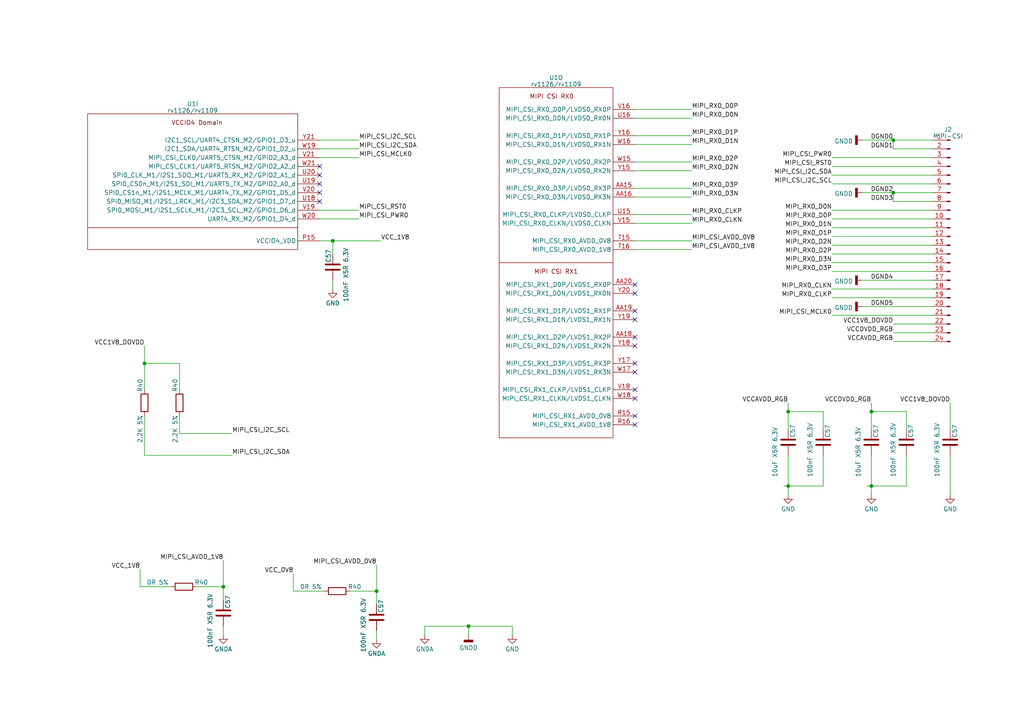
<source format=kicad_sch>
(kicad_sch (version 20230121) (generator eeschema)
  (paper "A4")
  (title_block (title "Leaf RV1126 RK809 Camera") (date "2023-02-25") (rev "1") (company "Qingdao IotPi Information Technology"))
  (junction (at 41.91 105.41))
  (junction (at 135.89 181.61))
  (junction (at 252.73 140.97))
  (junction (at 228.6 119.38))
  (junction (at 64.77 170.18))
  (junction (at 228.6 140.97))
  (junction (at 259.08 40.64))
  (junction (at 96.52 69.85))
  (junction (at 252.73 119.38))
  (junction (at 259.08 55.88))
  (junction (at 109.22 171.45))
  (no_connect (at 184.15 123.19))
  (no_connect (at 92.71 50.8))
  (no_connect (at 184.15 105.41))
  (no_connect (at 184.15 100.33))
  (no_connect (at 184.15 113.03))
  (no_connect (at 184.15 115.57))
  (no_connect (at 92.71 53.34))
  (no_connect (at 184.15 82.55))
  (no_connect (at 92.71 48.26))
  (no_connect (at 92.71 58.42))
  (no_connect (at 184.15 90.17))
  (no_connect (at 184.15 92.71))
  (no_connect (at 184.15 120.65))
  (no_connect (at 184.15 107.95))
  (no_connect (at 184.15 97.79))
  (no_connect (at 184.15 85.09))
  (no_connect (at 92.71 55.88))
  (wire (pts (xy 52.07 105.41) (xy 41.91 105.41)))
  (wire (pts (xy 252.73 119.38) (xy 252.73 124.46)))
  (wire (pts (xy 96.52 81.28) (xy 96.52 83.82)))
  (wire (pts (xy 275.59 116.84) (xy 275.59 124.46)))
  (wire (pts (xy 184.15 69.85) (xy 200.66 69.85)))
  (wire (pts (xy 92.71 45.72) (xy 104.14 45.72)))
  (wire (pts (xy 241.3 66.04) (xy 270.51 66.04)))
  (wire (pts (xy 252.73 140.97) (xy 262.89 140.97)))
  (wire (pts (xy 40.64 165.1) (xy 40.64 170.18)))
  (wire (pts (xy 250.19 88.9) (xy 270.51 88.9)))
  (wire (pts (xy 241.3 91.44) (xy 270.51 91.44)))
  (wire (pts (xy 64.77 170.18) (xy 64.77 173.99)))
  (wire (pts (xy 259.08 40.64) (xy 259.08 43.18)))
  (wire (pts (xy 40.64 170.18) (xy 49.53 170.18)))
  (wire (pts (xy 184.15 41.91) (xy 200.66 41.91)))
  (wire (pts (xy 184.15 62.23) (xy 200.66 62.23)))
  (wire (pts (xy 241.3 53.34) (xy 270.51 53.34)))
  (wire (pts (xy 252.73 132.08) (xy 252.73 140.97)))
  (wire (pts (xy 259.08 40.64) (xy 270.51 40.64)))
  (wire (pts (xy 184.15 31.75) (xy 200.66 31.75)))
  (wire (pts (xy 85.09 171.45) (xy 93.98 171.45)))
  (wire (pts (xy 241.3 48.26) (xy 270.51 48.26)))
  (wire (pts (xy 96.52 69.85) (xy 110.49 69.85)))
  (wire (pts (xy 41.91 120.65) (xy 41.91 132.08)))
  (wire (pts (xy 57.15 170.18) (xy 64.77 170.18)))
  (wire (pts (xy 96.52 69.85) (xy 96.52 73.66)))
  (wire (pts (xy 67.31 132.08) (xy 41.91 132.08)))
  (wire (pts (xy 259.08 55.88) (xy 270.51 55.88)))
  (wire (pts (xy 85.09 166.37) (xy 85.09 171.45)))
  (wire (pts (xy 275.59 132.08) (xy 275.59 143.51)))
  (wire (pts (xy 135.89 181.61) (xy 148.59 181.61)))
  (wire (pts (xy 52.07 120.65) (xy 52.07 125.73)))
  (wire (pts (xy 241.3 78.74) (xy 270.51 78.74)))
  (wire (pts (xy 135.89 184.15) (xy 135.89 181.61)))
  (wire (pts (xy 238.76 119.38) (xy 228.6 119.38)))
  (wire (pts (xy 241.3 60.96) (xy 270.51 60.96)))
  (wire (pts (xy 148.59 181.61) (xy 148.59 184.15)))
  (wire (pts (xy 241.3 76.2) (xy 270.51 76.2)))
  (wire (pts (xy 184.15 57.15) (xy 200.66 57.15)))
  (wire (pts (xy 259.08 96.52) (xy 270.51 96.52)))
  (wire (pts (xy 228.6 132.08) (xy 228.6 140.97)))
  (wire (pts (xy 184.15 39.37) (xy 200.66 39.37)))
  (wire (pts (xy 228.6 140.97) (xy 228.6 143.51)))
  (wire (pts (xy 41.91 100.33) (xy 41.91 105.41)))
  (wire (pts (xy 41.91 105.41) (xy 41.91 113.03)))
  (wire (pts (xy 109.22 163.83) (xy 109.22 171.45)))
  (wire (pts (xy 184.15 54.61) (xy 200.66 54.61)))
  (wire (pts (xy 250.19 81.28) (xy 270.51 81.28)))
  (wire (pts (xy 92.71 43.18) (xy 104.14 43.18)))
  (wire (pts (xy 184.15 34.29) (xy 200.66 34.29)))
  (wire (pts (xy 52.07 113.03) (xy 52.07 105.41)))
  (wire (pts (xy 184.15 46.99) (xy 200.66 46.99)))
  (wire (pts (xy 241.3 68.58) (xy 270.51 68.58)))
  (wire (pts (xy 92.71 60.96) (xy 104.14 60.96)))
  (wire (pts (xy 228.6 116.84) (xy 228.6 119.38)))
  (wire (pts (xy 101.6 171.45) (xy 109.22 171.45)))
  (wire (pts (xy 241.3 71.12) (xy 270.51 71.12)))
  (wire (pts (xy 262.89 132.08) (xy 262.89 140.97)))
  (wire (pts (xy 259.08 55.88) (xy 259.08 58.42)))
  (wire (pts (xy 228.6 119.38) (xy 228.6 124.46)))
  (wire (pts (xy 92.71 40.64) (xy 104.14 40.64)))
  (wire (pts (xy 64.77 181.61) (xy 64.77 184.15)))
  (wire (pts (xy 109.22 182.88) (xy 109.22 185.42)))
  (wire (pts (xy 259.08 58.42) (xy 270.51 58.42)))
  (wire (pts (xy 109.22 171.45) (xy 109.22 175.26)))
  (wire (pts (xy 228.6 140.97) (xy 238.76 140.97)))
  (wire (pts (xy 259.08 93.98) (xy 270.51 93.98)))
  (wire (pts (xy 92.71 63.5) (xy 104.14 63.5)))
  (wire (pts (xy 241.3 83.82) (xy 270.51 83.82)))
  (wire (pts (xy 262.89 119.38) (xy 252.73 119.38)))
  (wire (pts (xy 241.3 86.36) (xy 270.51 86.36)))
  (wire (pts (xy 250.19 40.64) (xy 259.08 40.64)))
  (wire (pts (xy 92.71 69.85) (xy 96.52 69.85)))
  (wire (pts (xy 184.15 64.77) (xy 200.66 64.77)))
  (wire (pts (xy 259.08 99.06) (xy 270.51 99.06)))
  (wire (pts (xy 227.33 140.97) (xy 228.6 140.97)))
  (wire (pts (xy 184.15 72.39) (xy 200.66 72.39)))
  (wire (pts (xy 252.73 140.97) (xy 252.73 143.51)))
  (wire (pts (xy 252.73 116.84) (xy 252.73 119.38)))
  (wire (pts (xy 238.76 132.08) (xy 238.76 140.97)))
  (wire (pts (xy 241.3 45.72) (xy 270.51 45.72)))
  (wire (pts (xy 251.46 140.97) (xy 252.73 140.97)))
  (wire (pts (xy 241.3 50.8) (xy 270.51 50.8)))
  (wire (pts (xy 250.19 55.88) (xy 259.08 55.88)))
  (wire (pts (xy 184.15 49.53) (xy 200.66 49.53)))
  (wire (pts (xy 64.77 162.56) (xy 64.77 170.18)))
  (wire (pts (xy 238.76 119.38) (xy 238.76 124.46)))
  (wire (pts (xy 123.19 181.61) (xy 123.19 184.15)))
  (wire (pts (xy 262.89 119.38) (xy 262.89 124.46)))
  (wire (pts (xy 135.89 181.61) (xy 123.19 181.61)))
  (wire (pts (xy 259.08 43.18) (xy 270.51 43.18)))
  (wire (pts (xy 241.3 63.5) (xy 270.51 63.5)))
  (wire (pts (xy 241.3 73.66) (xy 270.51 73.66)))
  (wire (pts (xy 52.07 125.73) (xy 67.31 125.73)))
  (label "MIPI_RX0_D2P" (at 200.66 46.99 0))
  (label "VCC_1V8" (at 110.49 69.85 0))
  (label "MIPI_CSI_MCLK0" (at 104.14 45.72 0))
  (label "MIPI_RX0_D3N" (at 241.3 76.2 180))
  (label "MIPI_CSI_AVDD_1V8" (at 200.66 72.39 0))
  (label "MIPI_RX0_CLKN" (at 241.3 83.82 180))
  (label "MIPI_RX0_D1P" (at 200.66 39.37 0))
  (label "DGND3" (at 259.08 58.42 180))
  (label "MIPI_RX0_D1N" (at 200.66 41.91 0))
  (label "MIPI_CSI_AVDD_0V8" (at 109.22 163.83 180))
  (label "MIPI_CSI_PWR0" (at 241.3 45.72 180))
  (label "DGND1" (at 259.08 43.18 180))
  (label "MIPI_RX0_D2P" (at 241.3 73.66 180))
  (label "MIPI_RX0_CLKP" (at 241.3 86.36 180))
  (label "MIPI_RX0_CLKP" (at 200.66 62.23 0))
  (label "MIPI_CSI_RST0" (at 241.3 48.26 180))
  (label "MIPI_RX0_D3P" (at 200.66 54.61 0))
  (label "VCC1V8_DOVDD" (at 41.91 100.33 180))
  (label "VCCAVDD_RGB" (at 259.08 99.06 180))
  (label "VCC_1V8" (at 40.64 165.1 180))
  (label "VCC_0V8" (at 85.09 166.37 180))
  (label "DGND0" (at 259.08 40.64 180))
  (label "VCCDVDD_RGB" (at 252.73 116.84 180))
  (label "MIPI_CSI_MCLK0" (at 241.3 91.44 180))
  (label "MIPI_RX0_D2N" (at 241.3 71.12 180))
  (label "MIPI_RX0_D0P" (at 241.3 63.5 180))
  (label "MIPI_CSI_AVDD_1V8" (at 64.77 162.56 180))
  (label "VCC1V8_DOVDD" (at 259.08 93.98 180))
  (label "MIPI_RX0_D0P" (at 200.66 31.75 0))
  (label "MIPI_CSI_I2C_SDA" (at 241.3 50.8 180))
  (label "MIPI_RX0_D1N" (at 241.3 66.04 180))
  (label "MIPI_CSI_AVDD_0V8" (at 200.66 69.85 0))
  (label "MIPI_CSI_I2C_SCL" (at 241.3 53.34 180))
  (label "DGND2" (at 259.08 55.88 180))
  (label "MIPI_CSI_PWR0" (at 104.14 63.5 0))
  (label "MIPI_CSI_I2C_SDA" (at 67.31 132.08 0))
  (label "MIPI_CSI_I2C_SCL" (at 104.14 40.64 0))
  (label "MIPI_CSI_I2C_SCL" (at 67.31 125.73 0))
  (label "MIPI_CSI_RST0" (at 104.14 60.96 0))
  (label "MIPI_RX0_D0N" (at 241.3 60.96 180))
  (label "VCCDVDD_RGB" (at 259.08 96.52 180))
  (label "MIPI_RX0_D3N" (at 200.66 57.15 0))
  (label "VCCAVDD_RGB" (at 228.6 116.84 180))
  (label "DGND4" (at 259.08 81.28 180))
  (label "MIPI_CSI_I2C_SDA" (at 104.14 43.18 0))
  (label "MIPI_RX0_D2N" (at 200.66 49.53 0))
  (label "MIPI_RX0_D0N" (at 200.66 34.29 0))
  (label "DGND5" (at 259.08 88.9 180))
  (label "MIPI_RX0_D3P" (at 241.3 78.74 180))
  (label "VCC1V8_DOVDD" (at 275.59 116.84 180))
  (label "MIPI_RX0_D1P" (at 241.3 68.58 180))
  (label "MIPI_RX0_CLKN" (at 200.66 64.77 0))
  (symbol (lib_id "power:GNDA") (at 123.19 184.15 0) (unit 1)
    (property "Reference" "#PWR022" (effects hide))
    (property "Value" "GNDA" (at 123.19 188.2855 0))
  )
  (symbol (lib_id "Device:C") (at 275.59 128.27 0) (unit 1)
    (property "Reference" "C57" (at 276.86 127 90) (effects (justify left)))
    (property "Value" "100nF X5R 6.3V" (at 271.78 138.43 90) (effects (justify left)))
    (property "Footprint" "Capacitor_SMD:C_0201_0603Metric" (effects hide))
    (property "Description" "容值: 100nF 精度: ±10% 额定电压: 10V 材质(温度系数): X5R 材质:X5R" (effects hide))
    (property "LCSC" "C76934" (effects hide))
    (property "Model" "GRM033R61A104KE15D" (effects hide))
    (property "Vendor" "muRata(村田)" (effects hide))
    (instances (project "leaf" (path "" (reference "C57") (unit 1)) (path "" (reference "C59") (unit 1)) (path "" (reference "C84") (unit 1)) (path "" (reference "C90") (unit 1)) (path "" (reference "C100") (unit 1)) (path "" (reference "C116") (unit 1)) (path "" (reference "C20") (unit 1))))
  )
  (symbol (lib_id "Device:R") (at 97.79 171.45 90) (unit 1)
    (property "Reference" "R40" (at 102.87 170.18 90))
    (property "Value" "0R 5%" (at 90.17 170.18 90))
    (property "Footprint" "Resistor_SMD:R_0402_1005Metric" (effects hide))
    (instances (project "leaf" (path "" (reference "R40") (unit 1)) (path "" (reference "R44") (unit 1)) (path "" (reference "R51") (unit 1)) (path "" (reference "R23") (unit 1))))
  )
  (symbol (lib_id "Connector:Conn_01x24_Pin") (at 275.59 68.58 0) (mirror y) (unit 1)
    (property "Reference" "J2" (at 274.955 37.5539 0))
    (property "Value" "MIPI-CSI" (at 274.955 39.4749 0))
    (property "Footprint" "Connector_FFC-FPC:Hirose_FH12-30S-0.5SH_1x30-1MP_P0.50mm_Horizontal" (effects hide))
  )
  (symbol (lib_id "power:GND") (at 148.59 184.15 0) (unit 1)
    (property "Reference" "#PWR024" (effects hide))
    (property "Value" "GND" (at 148.59 188.2855 0))
  )
  (symbol (lib_id "Device:R") (at 41.91 116.84 180) (unit 1)
    (property "Reference" "R40" (at 40.64 111.76 90))
    (property "Value" "2.2K 5%" (at 40.64 124.46 90))
    (property "Footprint" "Resistor_SMD:R_0402_1005Metric" (effects hide))
    (instances (project "leaf" (path "" (reference "R40") (unit 1)) (path "" (reference "R44") (unit 1)) (path "" (reference "R51") (unit 1)) (path "" (reference "R20") (unit 1))))
  )
  (symbol (lib_id "Device:C") (at 252.73 128.27 0) (unit 1)
    (property "Reference" "C57" (at 254 127 90) (effects (justify left)))
    (property "Value" "10uF X5R 6.3V" (at 248.92 138.43 90) (effects (justify left)))
    (property "Footprint" "Capacitor_SMD:C_0402_1005Metric" (effects hide))
    (property "Description" "容值: 10uF 精度: ±20% 额定电压: 10V 材质(温度系数): X5R 材质:X5R" (effects hide))
    (property "LCSC" "C77000" (effects hide))
    (property "Model" "GRM155R61A106ME44D" (effects hide))
    (property "Vendor" "muRata(村田)" (effects hide))
    (instances (project "leaf" (path "" (reference "C57") (unit 1)) (path "" (reference "C59") (unit 1)) (path "" (reference "C84") (unit 1)) (path "" (reference "C90") (unit 1)) (path "" (reference "C100") (unit 1)) (path "" (reference "C115") (unit 1)) (path "" (reference "C18") (unit 1))))
  )
  (symbol (lib_id "Device:C") (at 96.52 77.47 0) (mirror y) (unit 1)
    (property "Reference" "C57" (at 95.25 76.2 90) (effects (justify left)))
    (property "Value" "100nF X5R 6.3V" (at 100.33 87.63 90) (effects (justify left)))
    (property "Footprint" "Capacitor_SMD:C_0201_0603Metric" (effects hide))
    (property "Description" "容值: 100nF 精度: ±10% 额定电压: 10V 材质(温度系数): X5R 材质:X5R" (effects hide))
    (property "LCSC" "C76934" (effects hide))
    (property "Model" "GRM033R61A104KE15D" (effects hide))
    (property "Vendor" "muRata(村田)" (effects hide))
    (instances (project "leaf" (path "" (reference "C57") (unit 1)) (path "" (reference "C59") (unit 1)) (path "" (reference "C84") (unit 1)) (path "" (reference "C90") (unit 1)) (path "" (reference "C100") (unit 1)) (path "" (reference "C111") (unit 1)) (path "" (reference "C14") (unit 1))))
  )
  (symbol (lib_id "Device:C") (at 238.76 128.27 0) (unit 1)
    (property "Reference" "C57" (at 240.03 127 90) (effects (justify left)))
    (property "Value" "100nF X5R 6.3V" (at 234.95 138.43 90) (effects (justify left)))
    (property "Footprint" "Capacitor_SMD:C_0201_0603Metric" (effects hide))
    (property "Description" "容值: 100nF 精度: ±10% 额定电压: 10V 材质(温度系数): X5R 材质:X5R" (effects hide))
    (property "LCSC" "C76934" (effects hide))
    (property "Model" "GRM033R61A104KE15D" (effects hide))
    (property "Vendor" "muRata(村田)" (effects hide))
    (instances (project "leaf" (path "" (reference "C57") (unit 1)) (path "" (reference "C59") (unit 1)) (path "" (reference "C84") (unit 1)) (path "" (reference "C90") (unit 1)) (path "" (reference "C100") (unit 1)) (path "" (reference "C116") (unit 1)) (path "" (reference "C17") (unit 1))))
  )
  (symbol (lib_id "Device:C") (at 64.77 177.8 0) (unit 1)
    (property "Reference" "C57" (at 66.04 176.53 90) (effects (justify left)))
    (property "Value" "100nF X5R 6.3V" (at 60.96 187.96 90) (effects (justify left)))
    (property "Footprint" "Capacitor_SMD:C_0201_0603Metric" (effects hide))
    (property "Description" "容值: 100nF 精度: ±10% 额定电压: 10V 材质(温度系数): X5R 材质:X5R" (effects hide))
    (property "LCSC" "C76934" (effects hide))
    (property "Model" "GRM033R61A104KE15D" (effects hide))
    (property "Vendor" "muRata(村田)" (effects hide))
    (instances (project "leaf" (path "" (reference "C57") (unit 1)) (path "" (reference "C59") (unit 1)) (path "" (reference "C84") (unit 1)) (path "" (reference "C90") (unit 1)) (path "" (reference "C100") (unit 1)) (path "" (reference "C111") (unit 1)) (path "" (reference "C13") (unit 1))))
  )
  (symbol (lib_id "Device:C") (at 109.22 179.07 0) (unit 1)
    (property "Reference" "C57" (at 110.49 177.8 90) (effects (justify left)))
    (property "Value" "100nF X5R 6.3V" (at 105.41 189.23 90) (effects (justify left)))
    (property "Footprint" "Capacitor_SMD:C_0201_0603Metric" (effects hide))
    (property "Description" "容值: 100nF 精度: ±10% 额定电压: 10V 材质(温度系数): X5R 材质:X5R" (effects hide))
    (property "LCSC" "C76934" (effects hide))
    (property "Model" "GRM033R61A104KE15D" (effects hide))
    (property "Vendor" "muRata(村田)" (effects hide))
    (instances (project "leaf" (path "" (reference "C57") (unit 1)) (path "" (reference "C59") (unit 1)) (path "" (reference "C84") (unit 1)) (path "" (reference "C90") (unit 1)) (path "" (reference "C100") (unit 1)) (path "" (reference "C111") (unit 1)) (path "" (reference "C15") (unit 1))))
  )
  (symbol (lib_id "power:GND") (at 252.73 143.51 0) (unit 1)
    (property "Reference" "#PWR091" (effects hide))
    (property "Value" "GND" (at 252.73 147.6455 0))
    (instances (project "leaf" (path "" (reference "#PWR091") (unit 1)) (path "" (reference "#PWR030") (unit 1))))
  )
  (symbol (lib_id "power:GND") (at 228.6 143.51 0) (unit 1)
    (property "Reference" "#PWR091" (effects hide))
    (property "Value" "GND" (at 228.6 147.6455 0))
    (instances (project "leaf" (path "" (reference "#PWR091") (unit 1)) (path "" (reference "#PWR025") (unit 1))))
  )
  (symbol (lib_id "power:GND") (at 275.59 143.51 0) (unit 1)
    (property "Reference" "#PWR091" (effects hide))
    (property "Value" "GND" (at 275.59 147.6455 0))
    (instances (project "leaf" (path "" (reference "#PWR091") (unit 1)) (path "" (reference "#PWR031") (unit 1))))
  )
  (symbol (lib_id "power:GNDA") (at 109.22 185.42 0) (mirror y) (unit 1)
    (property "Reference" "#PWR021" (effects hide))
    (property "Value" "GNDA" (at 109.22 189.5555 0))
  )
  (symbol (lib_id "power:GNDA") (at 64.77 184.15 0) (mirror y) (unit 1)
    (property "Reference" "#PWR019" (effects hide))
    (property "Value" "GNDA" (at 64.77 188.2855 0))
  )
  (symbol (lib_id "power:GNDD") (at 250.19 40.64 270) (unit 1)
    (property "Reference" "#PWR026" (effects hide))
    (property "Value" "GNDD" (at 247.3961 40.9568 90) (effects (justify right)))
  )
  (symbol (lib_id "power:GNDD") (at 250.19 88.9 270) (unit 1)
    (property "Reference" "#PWR029" (effects hide))
    (property "Value" "GNDD" (at 247.3961 89.2168 90) (effects (justify right)))
  )
  (symbol (lib_id "Device:R") (at 52.07 116.84 180) (unit 1)
    (property "Reference" "R40" (at 50.8 111.76 90))
    (property "Value" "2.2K 5%" (at 50.8 124.46 90))
    (property "Footprint" "Resistor_SMD:R_0402_1005Metric" (effects hide))
    (instances (project "leaf" (path "" (reference "R40") (unit 1)) (path "" (reference "R44") (unit 1)) (path "" (reference "R51") (unit 1)) (path "" (reference "R21") (unit 1))))
  )
  (symbol (lib_id "Device:C") (at 228.6 128.27 0) (unit 1)
    (property "Reference" "C57" (at 229.87 127 90) (effects (justify left)))
    (property "Value" "10uF X5R 6.3V" (at 224.79 138.43 90) (effects (justify left)))
    (property "Footprint" "Capacitor_SMD:C_0402_1005Metric" (effects hide))
    (property "Description" "容值: 10uF 精度: ±20% 额定电压: 10V 材质(温度系数): X5R 材质:X5R" (effects hide))
    (property "LCSC" "C77000" (effects hide))
    (property "Model" "GRM155R61A106ME44D" (effects hide))
    (property "Vendor" "muRata(村田)" (effects hide))
    (instances (project "leaf" (path "" (reference "C57") (unit 1)) (path "" (reference "C59") (unit 1)) (path "" (reference "C84") (unit 1)) (path "" (reference "C90") (unit 1)) (path "" (reference "C100") (unit 1)) (path "" (reference "C115") (unit 1)) (path "" (reference "C16") (unit 1))))
  )
  (symbol (lib_id "power:GND") (at 96.52 83.82 0) (unit 1)
    (property "Reference" "#PWR020" (effects hide))
    (property "Value" "GND" (at 96.52 87.9555 0))
  )
  (symbol (lib_id "power:GNDD") (at 250.19 81.28 270) (unit 1)
    (property "Reference" "#PWR028" (effects hide))
    (property "Value" "GNDD" (at 247.3961 81.5968 90) (effects (justify right)))
  )
  (symbol (lib_id "power:GNDD") (at 250.19 55.88 270) (unit 1)
    (property "Reference" "#PWR027" (effects hide))
    (property "Value" "GNDD" (at 247.3961 56.1968 90) (effects (justify right)))
  )
  (symbol (lib_id "power:GNDD") (at 135.89 184.15 0) (unit 1)
    (property "Reference" "#PWR023" (effects hide))
    (property "Value" "GNDD" (at 135.89 187.9045 0))
  )
  (symbol (lib_id "CPU_Rockchip:rv1126_rv1109") (at 55.88 57.15 0) (unit 9)
    (property "Reference" "U1" (at 55.88 30.1371 0))
    (property "Value" "rv1126/rv1109" (at 55.88 32.0581 0))
    (property "Footprint" "Rockchip_SoC:Rockchip_RV1126_FCCSP409LD_14.0x14.0mm" (effects hide))
  )
  (symbol (lib_id "Device:R") (at 53.34 170.18 90) (unit 1)
    (property "Reference" "R40" (at 58.42 168.91 90))
    (property "Value" "0R 5%" (at 45.72 168.91 90))
    (property "Footprint" "Resistor_SMD:R_0402_1005Metric" (effects hide))
    (instances (project "leaf" (path "" (reference "R40") (unit 1)) (path "" (reference "R44") (unit 1)) (path "" (reference "R51") (unit 1)) (path "" (reference "R22") (unit 1))))
  )
  (symbol (lib_id "CPU_Rockchip:rv1126_rv1109") (at 161.29 57.15 0) (unit 15)
    (property "Reference" "U1" (at 161.29 22.5171 0))
    (property "Value" "rv1126/rv1109" (at 161.29 24.4381 0))
    (property "Footprint" "Rockchip_SoC:Rockchip_RV1126_FCCSP409LD_14.0x14.0mm" (effects hide))
  )
  (symbol (lib_id "Device:C") (at 262.89 128.27 0) (unit 1)
    (property "Reference" "C57" (at 264.16 127 90) (effects (justify left)))
    (property "Value" "100nF X5R 6.3V" (at 259.08 138.43 90) (effects (justify left)))
    (property "Footprint" "Capacitor_SMD:C_0201_0603Metric" (effects hide))
    (property "Description" "容值: 100nF 精度: ±10% 额定电压: 10V 材质(温度系数): X5R 材质:X5R" (effects hide))
    (property "LCSC" "C76934" (effects hide))
    (property "Model" "GRM033R61A104KE15D" (effects hide))
    (property "Vendor" "muRata(村田)" (effects hide))
    (instances (project "leaf" (path "" (reference "C57") (unit 1)) (path "" (reference "C59") (unit 1)) (path "" (reference "C84") (unit 1)) (path "" (reference "C90") (unit 1)) (path "" (reference "C100") (unit 1)) (path "" (reference "C116") (unit 1)) (path "" (reference "C19") (unit 1))))
  )
)
</source>
